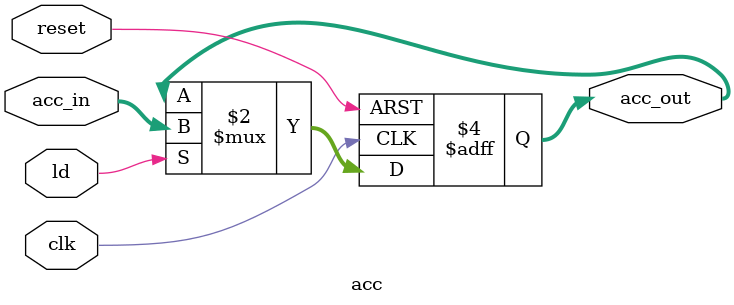
<source format=v>
module acc(
    input reset,
    input clk,
    input ld,
    input [7:0] acc_in,
    output reg [7:0] acc_out
    );
    
always@(posedge clk or posedge reset)begin
    if(reset)
        acc_out <= 8'b0000_0000;
    else
        if(ld)
            acc_out <= acc_in;
end
endmodule
</source>
